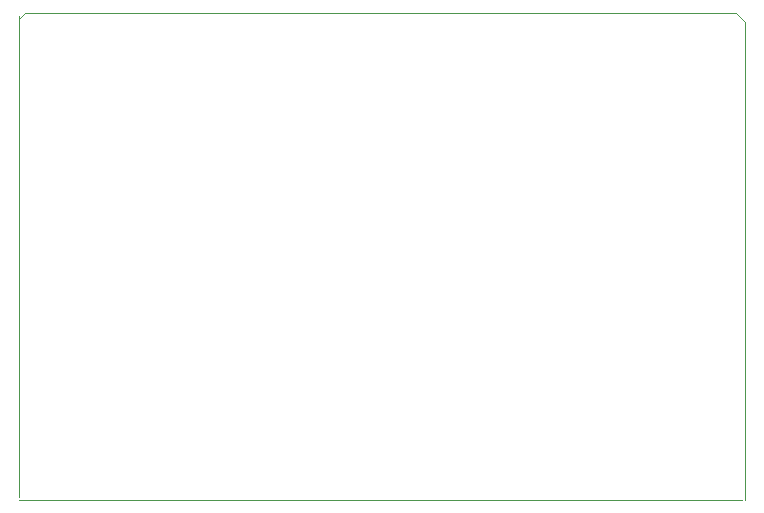
<source format=gbr>
%TF.GenerationSoftware,Altium Limited,Altium Designer,20.2.4 (192)*%
G04 Layer_Color=8388736*
%FSLAX45Y45*%
%MOMM*%
%TF.SameCoordinates,BA2C786E-012B-4E8B-A1C9-5229AEE0ABBE*%
%TF.FilePolarity,Positive*%
%TF.FileFunction,Other,Board_Outline*%
%TF.Part,Single*%
G01*
G75*
%TA.AperFunction,NonConductor*%
%ADD29C,0.10000*%
D29*
X-25000Y-4125000D02*
X6100000D01*
X-25000Y-50000D02*
X25000Y0D01*
X6050000D01*
X6125000Y-75000D01*
X6125000Y-4125000D02*
X6125000Y-75000D01*
X-25000Y-4100000D02*
Y-25000D01*
%TF.MD5,b9dc07b52b2ae0a9e18e03ae264145c4*%
M02*

</source>
